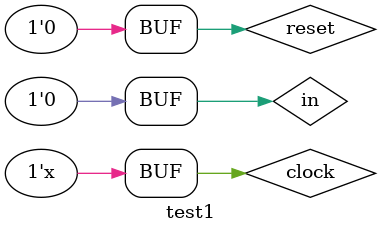
<source format=v>
module test1; 

reg clock, reset, in;
wire out;

  my_fsm U0 ( 
  .clock (clock),
  .reset (reset),
  .in    (in),
  .out  (out) 
  ); 
   
 
initial begin
  clock = 1;
  reset = 1;
  in = 0;
  $display("Starting simulation...");
  #2;
  reset = 0;
  #2;
  if (out !== 1'b0) $display("Failed"); 
  in = 1;
  #2;
  if (out !== 1'b0) $display("Failed");
  in = 0;  
  #2;
 
	#2 
  if (out !== 1'b0) $display("Failed");  
  $display("Done...");
end 
  

always begin
   #1 clock = !clock;
end
   
endmodule
</source>
